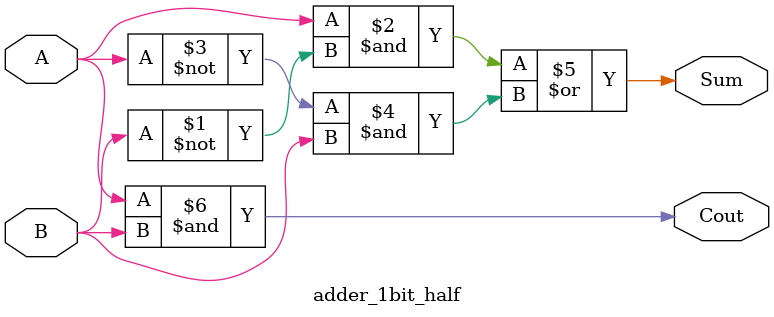
<source format=v>

module adder_1bit_half #(
    parameter IMPL_TYPE = 0
)(
    input A,
    input B,
    output Sum,
    output Cout
);

    generate
    if (IMPL_TYPE == 0) begin : impl_xor
        assign Sum = (A & ~B) | (~A & B);
        assign Cout = A & B;

    end else if (IMPL_TYPE == 1) begin : impl_maj

        wire m1, m2, m3, nm1;
        // MAJ + NOT
        maj3 inst1 (.A(A), .B(B), .C(1'b0), .Y(m1));
        assign nm1 = ~m1;
        maj3 inst2 (.A(A), .B(B), .C(1'b1), .Y(m2));
        maj3 inst3 (.A(m2), .B(nm1), .C(1'b0), .Y(m3));
        assign Cout = m1;
        assign Sum = m3;

    end else begin : impl_unsupported
        initial begin
            $display("Unsupported implementation for adder_1bit_half: %d", IMPL_TYPE);
            $finish;
        end
    end
    endgenerate

endmodule

</source>
